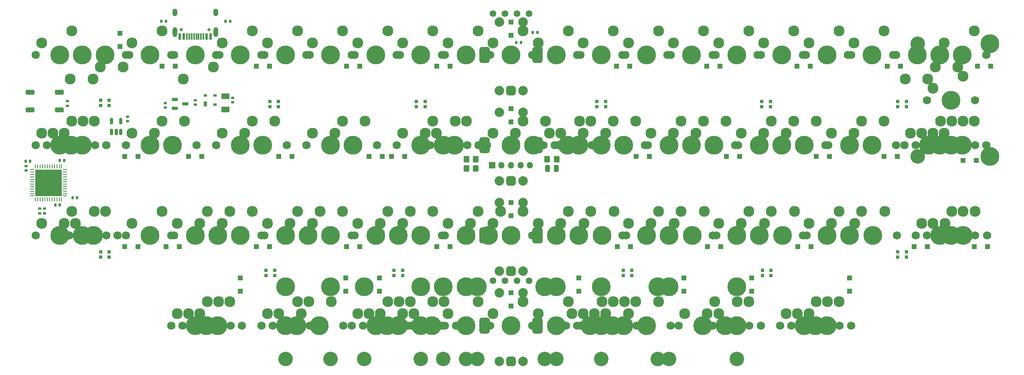
<source format=gbs>
%TF.GenerationSoftware,KiCad,Pcbnew,(7.0.0)*%
%TF.CreationDate,2024-01-31T23:29:43+01:00*%
%TF.ProjectId,universal vault v2,756e6976-6572-4736-916c-207661756c74,rev?*%
%TF.SameCoordinates,Original*%
%TF.FileFunction,Soldermask,Bot*%
%TF.FilePolarity,Negative*%
%FSLAX46Y46*%
G04 Gerber Fmt 4.6, Leading zero omitted, Abs format (unit mm)*
G04 Created by KiCad (PCBNEW (7.0.0)) date 2024-01-31 23:29:43*
%MOMM*%
%LPD*%
G01*
G04 APERTURE LIST*
G04 Aperture macros list*
%AMRoundRect*
0 Rectangle with rounded corners*
0 $1 Rounding radius*
0 $2 $3 $4 $5 $6 $7 $8 $9 X,Y pos of 4 corners*
0 Add a 4 corners polygon primitive as box body*
4,1,4,$2,$3,$4,$5,$6,$7,$8,$9,$2,$3,0*
0 Add four circle primitives for the rounded corners*
1,1,$1+$1,$2,$3*
1,1,$1+$1,$4,$5*
1,1,$1+$1,$6,$7*
1,1,$1+$1,$8,$9*
0 Add four rect primitives between the rounded corners*
20,1,$1+$1,$2,$3,$4,$5,0*
20,1,$1+$1,$4,$5,$6,$7,0*
20,1,$1+$1,$6,$7,$8,$9,0*
20,1,$1+$1,$8,$9,$2,$3,0*%
G04 Aperture macros list end*
%ADD10C,1.750000*%
%ADD11C,3.987800*%
%ADD12C,2.300000*%
%ADD13C,3.048000*%
%ADD14C,1.397000*%
%ADD15C,2.000000*%
%ADD16RoundRect,0.500000X0.500000X-0.500000X0.500000X0.500000X-0.500000X0.500000X-0.500000X-0.500000X0*%
%ADD17RoundRect,0.550000X0.550000X-1.150000X0.550000X1.150000X-0.550000X1.150000X-0.550000X-1.150000X0*%
%ADD18RoundRect,0.105000X0.245000X0.245000X-0.245000X0.245000X-0.245000X-0.245000X0.245000X-0.245000X0*%
%ADD19RoundRect,0.250000X-0.300000X0.300000X-0.300000X-0.300000X0.300000X-0.300000X0.300000X0.300000X0*%
%ADD20RoundRect,0.250000X0.300000X0.300000X-0.300000X0.300000X-0.300000X-0.300000X0.300000X-0.300000X0*%
%ADD21RoundRect,0.250000X0.300000X-0.300000X0.300000X0.300000X-0.300000X0.300000X-0.300000X-0.300000X0*%
%ADD22RoundRect,0.105000X-0.245000X-0.245000X0.245000X-0.245000X0.245000X0.245000X-0.245000X0.245000X0*%
%ADD23R,1.350000X1.350000*%
%ADD24O,1.350000X1.350000*%
%ADD25RoundRect,0.140000X-0.170000X0.140000X-0.170000X-0.140000X0.170000X-0.140000X0.170000X0.140000X0*%
%ADD26RoundRect,0.135000X0.185000X-0.135000X0.185000X0.135000X-0.185000X0.135000X-0.185000X-0.135000X0*%
%ADD27RoundRect,0.150000X0.150000X-0.512500X0.150000X0.512500X-0.150000X0.512500X-0.150000X-0.512500X0*%
%ADD28RoundRect,0.140000X-0.140000X-0.170000X0.140000X-0.170000X0.140000X0.170000X-0.140000X0.170000X0*%
%ADD29RoundRect,0.250000X-0.300000X-0.300000X0.300000X-0.300000X0.300000X0.300000X-0.300000X0.300000X0*%
%ADD30RoundRect,0.135000X0.135000X0.185000X-0.135000X0.185000X-0.135000X-0.185000X0.135000X-0.185000X0*%
%ADD31RoundRect,0.140000X0.140000X0.170000X-0.140000X0.170000X-0.140000X-0.170000X0.140000X-0.170000X0*%
%ADD32RoundRect,0.275000X0.625000X0.275000X-0.625000X0.275000X-0.625000X-0.275000X0.625000X-0.275000X0*%
%ADD33RoundRect,0.250000X0.625000X-0.375000X0.625000X0.375000X-0.625000X0.375000X-0.625000X-0.375000X0*%
%ADD34RoundRect,0.150000X-0.512500X-0.150000X0.512500X-0.150000X0.512500X0.150000X-0.512500X0.150000X0*%
%ADD35RoundRect,0.135000X-0.135000X-0.185000X0.135000X-0.185000X0.135000X0.185000X-0.135000X0.185000X0*%
%ADD36RoundRect,0.250000X0.350000X0.450000X-0.350000X0.450000X-0.350000X-0.450000X0.350000X-0.450000X0*%
%ADD37RoundRect,0.250000X-0.350000X-0.450000X0.350000X-0.450000X0.350000X0.450000X-0.350000X0.450000X0*%
%ADD38RoundRect,0.140000X0.170000X-0.140000X0.170000X0.140000X-0.170000X0.140000X-0.170000X-0.140000X0*%
%ADD39RoundRect,0.250000X0.250000X0.475000X-0.250000X0.475000X-0.250000X-0.475000X0.250000X-0.475000X0*%
%ADD40C,0.650000*%
%ADD41R,0.600000X1.450000*%
%ADD42R,0.300000X1.450000*%
%ADD43O,1.000000X1.600000*%
%ADD44O,1.000000X2.100000*%
%ADD45R,0.700000X1.000000*%
%ADD46R,0.700000X0.600000*%
%ADD47RoundRect,0.062500X0.062500X-0.375000X0.062500X0.375000X-0.062500X0.375000X-0.062500X-0.375000X0*%
%ADD48RoundRect,0.062500X0.375000X-0.062500X0.375000X0.062500X-0.375000X0.062500X-0.375000X-0.062500X0*%
%ADD49R,5.600000X5.600000*%
G04 APERTURE END LIST*
D10*
%TO.C,K_SPACE4*%
X113982500Y-65881250D03*
D11*
X119062500Y-65881250D03*
D10*
X124142500Y-65881250D03*
D12*
X115252500Y-63341250D03*
X121602500Y-60801250D03*
%TD*%
D10*
%TO.C,K_SPACE68*%
X166370000Y-84931250D03*
D11*
X171450000Y-84931250D03*
D10*
X176530000Y-84931250D03*
D12*
X167640000Y-82391250D03*
X173990000Y-79851250D03*
%TD*%
D10*
%TO.C,K_SPACE17*%
X152082500Y-84931250D03*
D11*
X157162500Y-84931250D03*
D10*
X162242500Y-84931250D03*
D12*
X153352500Y-82391250D03*
X159702500Y-79851250D03*
%TD*%
D13*
%TO.C,S6*%
X147637500Y-130016250D03*
D11*
X147637500Y-114776250D03*
D13*
X109537500Y-130016250D03*
D11*
X109537500Y-114776250D03*
%TD*%
D10*
%TO.C,K_SPACE30*%
X180657500Y-103981250D03*
D11*
X185737500Y-103981250D03*
D10*
X190817500Y-103981250D03*
D12*
X181927500Y-101441250D03*
X188277500Y-98901250D03*
%TD*%
D10*
%TO.C,K_SPACE118*%
X199707500Y-123031250D03*
D11*
X204787500Y-123031250D03*
D10*
X209867500Y-123031250D03*
D12*
X200977500Y-120491250D03*
X207327500Y-117951250D03*
%TD*%
D10*
%TO.C,K_SPACE94*%
X147320000Y-103981250D03*
D11*
X152400000Y-103981250D03*
D10*
X157480000Y-103981250D03*
D12*
X148590000Y-101441250D03*
X154940000Y-98901250D03*
%TD*%
D10*
%TO.C,K_SPACE73*%
X80645000Y-84931250D03*
D11*
X85725000Y-84931250D03*
D10*
X90805000Y-84931250D03*
D12*
X81915000Y-82391250D03*
X88265000Y-79851250D03*
%TD*%
D10*
%TO.C,K_SPACE117*%
X104457500Y-123031250D03*
D11*
X109537500Y-123031250D03*
D10*
X114617500Y-123031250D03*
D12*
X105727500Y-120491250D03*
X112077500Y-117951250D03*
%TD*%
D10*
%TO.C,K_SPACE107*%
X87788750Y-123031250D03*
D11*
X92868750Y-123031250D03*
D10*
X97948750Y-123031250D03*
D12*
X89058750Y-120491250D03*
X95408750Y-117951250D03*
%TD*%
D10*
%TO.C,K_SPACE83*%
X75882500Y-103981250D03*
D11*
X80962500Y-103981250D03*
D10*
X86042500Y-103981250D03*
D12*
X77152500Y-101441250D03*
X83502500Y-98901250D03*
%TD*%
D13*
%TO.C,S3*%
X188118750Y-130016250D03*
D11*
X188118750Y-114776250D03*
D13*
X164306250Y-130016250D03*
D11*
X164306250Y-114776250D03*
%TD*%
D10*
%TO.C,K_SPACE124*%
X125888750Y-123031250D03*
D11*
X130968750Y-123031250D03*
D10*
X136048750Y-123031250D03*
D12*
X127158750Y-120491250D03*
X133508750Y-117951250D03*
%TD*%
D10*
%TO.C,K_SPACE28*%
X140176250Y-84931250D03*
D11*
X145256250Y-84931250D03*
D10*
X150336250Y-84931250D03*
D12*
X141446250Y-82391250D03*
X147796250Y-79851250D03*
%TD*%
D10*
%TO.C,K_SPACE72*%
X242570000Y-84931250D03*
D11*
X247650000Y-84931250D03*
D10*
X252730000Y-84931250D03*
D12*
X243840000Y-82391250D03*
X250190000Y-79851250D03*
%TD*%
D14*
%TO.C,OL2*%
X160972500Y-57150000D03*
X158432500Y-57150000D03*
X155892500Y-57150000D03*
X153352500Y-57150000D03*
%TD*%
D10*
%TO.C,K_SPACE95*%
X244951250Y-75406250D03*
D11*
X250031250Y-75406250D03*
D10*
X255111250Y-75406250D03*
D12*
X246221250Y-72866250D03*
X252571250Y-70326250D03*
%TD*%
D10*
%TO.C,K_SPACE9*%
X209232500Y-65881250D03*
D11*
X214312500Y-65881250D03*
D10*
X219392500Y-65881250D03*
D12*
X210502500Y-63341250D03*
X216852500Y-60801250D03*
%TD*%
D10*
%TO.C,K_SPACE21*%
X228282500Y-84931250D03*
D11*
X233362500Y-84931250D03*
D10*
X238442500Y-84931250D03*
D12*
X229552500Y-82391250D03*
X235902500Y-79851250D03*
%TD*%
D10*
%TO.C,K_SPACE33*%
X242570000Y-103981250D03*
D11*
X247650000Y-103981250D03*
D10*
X252730000Y-103981250D03*
D12*
X243840000Y-101441250D03*
X250190000Y-98901250D03*
%TD*%
D10*
%TO.C,K_SPACE55*%
X123507500Y-65881250D03*
D11*
X128587500Y-65881250D03*
D10*
X133667500Y-65881250D03*
D12*
X124777500Y-63341250D03*
X131127500Y-60801250D03*
%TD*%
D10*
%TO.C,K_SPACE121*%
X173513750Y-123031250D03*
D11*
X178593750Y-123031250D03*
D10*
X183673750Y-123031250D03*
D12*
X174783750Y-120491250D03*
X181133750Y-117951250D03*
%TD*%
D13*
%TO.C,S5*%
X190500000Y-130016250D03*
D11*
X190500000Y-114776250D03*
D13*
X166687500Y-130016250D03*
D11*
X166687500Y-114776250D03*
%TD*%
D10*
%TO.C,K_SPACE115*%
X168751250Y-123031250D03*
D11*
X173831250Y-123031250D03*
D10*
X178911250Y-123031250D03*
D12*
X170021250Y-120491250D03*
X176371250Y-117951250D03*
%TD*%
D10*
%TO.C,K_SPACE15*%
X113982500Y-84931250D03*
D11*
X119062500Y-84931250D03*
D10*
X124142500Y-84931250D03*
D12*
X115252500Y-82391250D03*
X121602500Y-79851250D03*
%TD*%
D10*
%TO.C,K_SPACE70*%
X204470000Y-84931250D03*
D11*
X209550000Y-84931250D03*
D10*
X214630000Y-84931250D03*
D12*
X205740000Y-82391250D03*
X212090000Y-79851250D03*
%TD*%
D10*
%TO.C,K_SPACE38*%
X175895000Y-123031250D03*
D11*
X180975000Y-123031250D03*
D10*
X186055000Y-123031250D03*
D12*
X177165000Y-120491250D03*
X183515000Y-117951250D03*
%TD*%
D10*
%TO.C,K_SPACE98*%
X204470000Y-103981250D03*
D11*
X209550000Y-103981250D03*
D10*
X214630000Y-103981250D03*
D12*
X205740000Y-101441250D03*
X212090000Y-98901250D03*
%TD*%
D10*
%TO.C,K_SPACE78*%
X175895000Y-84931250D03*
D11*
X180975000Y-84931250D03*
D10*
X186055000Y-84931250D03*
D12*
X177165000Y-82391250D03*
X183515000Y-79851250D03*
%TD*%
D10*
%TO.C,K_SPACE101*%
X244951250Y-84931250D03*
D11*
X250031250Y-84931250D03*
D10*
X255111250Y-84931250D03*
D12*
X246221250Y-82391250D03*
X252571250Y-79851250D03*
%TD*%
D10*
%TO.C,K_SPACE10*%
X228282500Y-65881250D03*
D11*
X233362500Y-65881250D03*
D10*
X238442500Y-65881250D03*
D12*
X229552500Y-63341250D03*
X235902500Y-60801250D03*
%TD*%
D10*
%TO.C,K_SPACE74*%
X99695000Y-84931250D03*
D11*
X104775000Y-84931250D03*
D10*
X109855000Y-84931250D03*
D12*
X100965000Y-82391250D03*
X107315000Y-79851250D03*
%TD*%
D14*
%TO.C,OL1*%
X153352500Y-113506250D03*
X155892500Y-113506250D03*
X158432500Y-113506250D03*
X160972500Y-113506250D03*
%TD*%
D10*
%TO.C,K_SPACE99*%
X223520000Y-103981250D03*
D11*
X228600000Y-103981250D03*
D10*
X233680000Y-103981250D03*
D12*
X224790000Y-101441250D03*
X231140000Y-98901250D03*
%TD*%
D10*
%TO.C,K_SPACE85*%
X113982500Y-103981250D03*
D11*
X119062500Y-103981250D03*
D10*
X124142500Y-103981250D03*
D12*
X115252500Y-101441250D03*
X121602500Y-98901250D03*
%TD*%
D10*
%TO.C,K_SPACE110*%
X152082500Y-123031250D03*
D11*
X157162500Y-123031250D03*
D10*
X162242500Y-123031250D03*
D12*
X153352500Y-120491250D03*
X159702500Y-117951250D03*
%TD*%
D10*
%TO.C,K_SPACE2*%
X75882500Y-65881250D03*
D11*
X80962500Y-65881250D03*
D10*
X86042500Y-65881250D03*
D12*
X77152500Y-63341250D03*
X83502500Y-60801250D03*
%TD*%
D10*
%TO.C,K_SPACE92*%
X109220000Y-103981250D03*
D11*
X114300000Y-103981250D03*
D10*
X119380000Y-103981250D03*
D12*
X110490000Y-101441250D03*
X116840000Y-98901250D03*
%TD*%
D10*
%TO.C,K_SPACE34*%
X163988750Y-84931250D03*
D11*
X169068750Y-84931250D03*
D10*
X174148750Y-84931250D03*
D12*
X165258750Y-82391250D03*
X171608750Y-79851250D03*
%TD*%
D10*
%TO.C,K_SPACE14*%
X94932500Y-84931250D03*
D11*
X100012500Y-84931250D03*
D10*
X105092500Y-84931250D03*
D12*
X96202500Y-82391250D03*
X102552500Y-79851250D03*
%TD*%
D10*
%TO.C,K_SPACE77*%
X156845000Y-84931250D03*
D11*
X161925000Y-84931250D03*
D10*
X167005000Y-84931250D03*
D12*
X158115000Y-82391250D03*
X164465000Y-79851250D03*
%TD*%
D10*
%TO.C,K_SPACE32*%
X218757500Y-103981250D03*
D11*
X223837500Y-103981250D03*
D10*
X228917500Y-103981250D03*
D12*
X220027500Y-101441250D03*
X226377500Y-98901250D03*
%TD*%
D10*
%TO.C,K_SPACE114*%
X135413750Y-123031250D03*
D11*
X140493750Y-123031250D03*
D10*
X145573750Y-123031250D03*
D12*
X136683750Y-120491250D03*
X143033750Y-117951250D03*
%TD*%
D10*
%TO.C,K_SPACE67*%
X59213750Y-84931250D03*
D11*
X64293750Y-84931250D03*
D10*
X69373750Y-84931250D03*
D12*
X60483750Y-82391250D03*
X66833750Y-79851250D03*
%TD*%
D10*
%TO.C,K_SPACE108*%
X192563750Y-123031250D03*
D11*
X197643750Y-123031250D03*
D10*
X202723750Y-123031250D03*
D12*
X193833750Y-120491250D03*
X200183750Y-117951250D03*
%TD*%
D10*
%TO.C,K_SPACE37*%
X128270000Y-123031250D03*
D11*
X133350000Y-123031250D03*
D10*
X138430000Y-123031250D03*
D12*
X129540000Y-120491250D03*
X135890000Y-117951250D03*
%TD*%
D10*
%TO.C,K_SPACE71*%
X223520000Y-84931250D03*
D11*
X228600000Y-84931250D03*
D10*
X233680000Y-84931250D03*
D12*
X224790000Y-82391250D03*
X231140000Y-79851250D03*
%TD*%
D10*
%TO.C,K_SPACE88*%
X190348750Y-103981250D03*
D11*
X195428750Y-103981250D03*
D10*
X200508750Y-103981250D03*
D12*
X191618750Y-101441250D03*
X197968750Y-98901250D03*
%TD*%
D10*
%TO.C,K_SPACE50*%
X63976250Y-103981250D03*
D11*
X69056250Y-103981250D03*
D10*
X74136250Y-103981250D03*
D12*
X65246250Y-101441250D03*
X71596250Y-98901250D03*
%TD*%
D10*
%TO.C,K_SPACE57*%
X61595000Y-84931250D03*
D11*
X66675000Y-84931250D03*
D10*
X71755000Y-84931250D03*
D12*
X62865000Y-82391250D03*
X69215000Y-79851250D03*
%TD*%
D10*
%TO.C,K_SPACE26*%
X123507500Y-103981250D03*
D11*
X128587500Y-103981250D03*
D10*
X133667500Y-103981250D03*
D12*
X124777500Y-101441250D03*
X131127500Y-98901250D03*
%TD*%
D10*
%TO.C,K_SPACE90*%
X228448750Y-103981250D03*
D11*
X233528750Y-103981250D03*
D10*
X238608750Y-103981250D03*
D12*
X229718750Y-101441250D03*
X236068750Y-98901250D03*
%TD*%
D10*
%TO.C,K_SPACE116*%
X180657500Y-123031250D03*
D11*
X185737500Y-123031250D03*
D10*
X190817500Y-123031250D03*
D12*
X181927500Y-120491250D03*
X188277500Y-117951250D03*
%TD*%
D15*
%TO.C,SW5*%
X154662500Y-111481250D03*
X159662500Y-111481250D03*
D16*
X157162500Y-111481250D03*
D17*
X151562500Y-103981250D03*
X162762500Y-103981250D03*
D15*
X159662500Y-96981250D03*
X154662500Y-96981250D03*
%TD*%
D10*
%TO.C,K_SPACE93*%
X128270000Y-103981250D03*
D11*
X133350000Y-103981250D03*
D10*
X138430000Y-103981250D03*
D12*
X129540000Y-101441250D03*
X135890000Y-98901250D03*
%TD*%
D10*
%TO.C,K_SPACE81*%
X240188750Y-84931250D03*
D11*
X245268750Y-84931250D03*
D10*
X250348750Y-84931250D03*
D12*
X241458750Y-82391250D03*
X247808750Y-79851250D03*
%TD*%
D10*
%TO.C,K_SPACE128*%
X123507500Y-123031250D03*
D11*
X128587500Y-123031250D03*
D10*
X133667500Y-123031250D03*
D12*
X124777500Y-120491250D03*
X131127500Y-117951250D03*
%TD*%
D10*
%TO.C,K_SPACE87*%
X171298750Y-103981250D03*
D11*
X176378750Y-103981250D03*
D10*
X181458750Y-103981250D03*
D12*
X172568750Y-101441250D03*
X178918750Y-98901250D03*
%TD*%
D10*
%TO.C,K_SPACE123*%
X213995000Y-123031250D03*
D11*
X219075000Y-123031250D03*
D10*
X224155000Y-123031250D03*
D12*
X215265000Y-120491250D03*
X221615000Y-117951250D03*
%TD*%
D10*
%TO.C,K_SPACE97*%
X185420000Y-103981250D03*
D11*
X190500000Y-103981250D03*
D10*
X195580000Y-103981250D03*
D12*
X186690000Y-101441250D03*
X193040000Y-98901250D03*
%TD*%
D13*
%TO.C,S7*%
X204787500Y-130016250D03*
D11*
X204787500Y-114776250D03*
D13*
X166687500Y-130016250D03*
D11*
X166687500Y-114776250D03*
%TD*%
D10*
%TO.C,K_SPACE69*%
X185420000Y-84931250D03*
D11*
X190500000Y-84931250D03*
D10*
X195580000Y-84931250D03*
D12*
X186690000Y-82391250D03*
X193040000Y-79851250D03*
%TD*%
D10*
%TO.C,K_SPACE56*%
X142557500Y-65881250D03*
D11*
X147637500Y-65881250D03*
D10*
X152717500Y-65881250D03*
D12*
X143827500Y-63341250D03*
X150177500Y-60801250D03*
%TD*%
D10*
%TO.C,K_SPACE62*%
X247967500Y-65881250D03*
D11*
X242887500Y-65881250D03*
D10*
X237807500Y-65881250D03*
D12*
X246697500Y-68421250D03*
X240347500Y-70961250D03*
%TD*%
D10*
%TO.C,K_SPACE109*%
X216376250Y-123031250D03*
D11*
X221456250Y-123031250D03*
D10*
X226536250Y-123031250D03*
D12*
X217646250Y-120491250D03*
X223996250Y-117951250D03*
%TD*%
D10*
%TO.C,K_SPACE25*%
X104457500Y-103981250D03*
D11*
X109537500Y-103981250D03*
D10*
X114617500Y-103981250D03*
D12*
X105727500Y-101441250D03*
X112077500Y-98901250D03*
%TD*%
D10*
%TO.C,K_SPACE63*%
X80645000Y-84931250D03*
D11*
X85725000Y-84931250D03*
D10*
X90805000Y-84931250D03*
D12*
X81915000Y-82391250D03*
X88265000Y-79851250D03*
%TD*%
D10*
%TO.C,K_SPACE51*%
X90170000Y-103981250D03*
D11*
X95250000Y-103981250D03*
D10*
X100330000Y-103981250D03*
D12*
X91440000Y-101441250D03*
X97790000Y-98901250D03*
%TD*%
D10*
%TO.C,K_SPACE60*%
X199707500Y-65881250D03*
D11*
X204787500Y-65881250D03*
D10*
X209867500Y-65881250D03*
D12*
X200977500Y-63341250D03*
X207327500Y-60801250D03*
%TD*%
D10*
%TO.C,K_SPACE103*%
X71755000Y-65881250D03*
D11*
X66675000Y-65881250D03*
D10*
X61595000Y-65881250D03*
D12*
X70485000Y-68421250D03*
X64135000Y-70961250D03*
%TD*%
D10*
%TO.C,K_SPACE102*%
X252730000Y-65881250D03*
D11*
X247650000Y-65881250D03*
D10*
X242570000Y-65881250D03*
D12*
X251460000Y-68421250D03*
X245110000Y-70961250D03*
%TD*%
D10*
%TO.C,K_SPACE39*%
X123507500Y-123031250D03*
D11*
X128587500Y-123031250D03*
D10*
X133667500Y-123031250D03*
D12*
X124777500Y-120491250D03*
X131127500Y-117951250D03*
%TD*%
D10*
%TO.C,K_SPACE8*%
X190182500Y-65881250D03*
D11*
X195262500Y-65881250D03*
D10*
X200342500Y-65881250D03*
D12*
X191452500Y-63341250D03*
X197802500Y-60801250D03*
%TD*%
D10*
%TO.C,K_SPACE86*%
X133032500Y-103981250D03*
D11*
X138112500Y-103981250D03*
D10*
X143192500Y-103981250D03*
D12*
X134302500Y-101441250D03*
X140652500Y-98901250D03*
%TD*%
D10*
%TO.C,K_SPACE100*%
X244951250Y-103981250D03*
D11*
X250031250Y-103981250D03*
D10*
X255111250Y-103981250D03*
D12*
X246221250Y-101441250D03*
X252571250Y-98901250D03*
%TD*%
D10*
%TO.C,K_SPACE66*%
X137795000Y-84931250D03*
D11*
X142875000Y-84931250D03*
D10*
X147955000Y-84931250D03*
D12*
X139065000Y-82391250D03*
X145415000Y-79851250D03*
%TD*%
D15*
%TO.C,SW1*%
X154662500Y-73381250D03*
X159662500Y-73381250D03*
D16*
X157162500Y-73381250D03*
D17*
X151562500Y-65881250D03*
X162762500Y-65881250D03*
D15*
X159662500Y-58881250D03*
X154662500Y-58881250D03*
%TD*%
D10*
%TO.C,K_SPACE79*%
X194945000Y-84931250D03*
D11*
X200025000Y-84931250D03*
D10*
X205105000Y-84931250D03*
D12*
X196215000Y-82391250D03*
X202565000Y-79851250D03*
%TD*%
D10*
%TO.C,K_SPACE64*%
X99695000Y-84931250D03*
D11*
X104775000Y-84931250D03*
D10*
X109855000Y-84931250D03*
D12*
X100965000Y-82391250D03*
X107315000Y-79851250D03*
%TD*%
D10*
%TO.C,K_SPACE20*%
X209232500Y-84931250D03*
D11*
X214312500Y-84931250D03*
D10*
X219392500Y-84931250D03*
D12*
X210502500Y-82391250D03*
X216852500Y-79851250D03*
%TD*%
D10*
%TO.C,K_SPACE49*%
X152082500Y-103981250D03*
D11*
X157162500Y-103981250D03*
D10*
X162242500Y-103981250D03*
D12*
X153352500Y-101441250D03*
X159702500Y-98901250D03*
%TD*%
D10*
%TO.C,K_SPACE59*%
X180657500Y-65881250D03*
D11*
X185737500Y-65881250D03*
D10*
X190817500Y-65881250D03*
D12*
X181927500Y-63341250D03*
X188277500Y-60801250D03*
%TD*%
D10*
%TO.C,K_SPACE104*%
X59213750Y-84931250D03*
D11*
X64293750Y-84931250D03*
D10*
X69373750Y-84931250D03*
D12*
X60483750Y-82391250D03*
X66833750Y-79851250D03*
%TD*%
D10*
%TO.C,K_SPACE84*%
X94932500Y-103981250D03*
D11*
X100012500Y-103981250D03*
D10*
X105092500Y-103981250D03*
D12*
X96202500Y-101441250D03*
X102552500Y-98901250D03*
%TD*%
D10*
%TO.C,K_SPACE106*%
X111601250Y-123031250D03*
D11*
X116681250Y-123031250D03*
D10*
X121761250Y-123031250D03*
D12*
X112871250Y-120491250D03*
X119221250Y-117951250D03*
%TD*%
D13*
%TO.C,S2*%
X150018750Y-130016250D03*
D11*
X150018750Y-114776250D03*
D13*
X126206250Y-130016250D03*
D11*
X126206250Y-114776250D03*
%TD*%
D10*
%TO.C,K_SPACE125*%
X171132500Y-123031250D03*
D11*
X176212500Y-123031250D03*
D10*
X181292500Y-123031250D03*
D12*
X172402500Y-120491250D03*
X178752500Y-117951250D03*
%TD*%
D10*
%TO.C,K_SPACE11*%
X247332500Y-65881250D03*
D11*
X252412500Y-65881250D03*
D10*
X257492500Y-65881250D03*
D12*
X248602500Y-63341250D03*
X254952500Y-60801250D03*
%TD*%
D10*
%TO.C,K_SPACE91*%
X247498750Y-103981250D03*
D11*
X252578750Y-103981250D03*
D10*
X257658750Y-103981250D03*
D12*
X248768750Y-101441250D03*
X255118750Y-98901250D03*
%TD*%
D15*
%TO.C,SW2*%
X154662500Y-92431250D03*
X159662500Y-92431250D03*
D16*
X157162500Y-92431250D03*
D17*
X151562500Y-84931250D03*
X162762500Y-84931250D03*
D15*
X159662500Y-77931250D03*
X154662500Y-77931250D03*
%TD*%
D10*
%TO.C,K_SPACE122*%
X90170000Y-123031250D03*
D11*
X95250000Y-123031250D03*
D10*
X100330000Y-123031250D03*
D12*
X91440000Y-120491250D03*
X97790000Y-117951250D03*
%TD*%
D10*
%TO.C,K_SPACE129*%
X180657500Y-123031250D03*
D11*
X185737500Y-123031250D03*
D10*
X190817500Y-123031250D03*
D12*
X181927500Y-120491250D03*
X188277500Y-117951250D03*
%TD*%
D10*
%TO.C,K_SPACE113*%
X218757500Y-123031250D03*
D11*
X223837500Y-123031250D03*
D10*
X228917500Y-123031250D03*
D12*
X220027500Y-120491250D03*
X226377500Y-117951250D03*
%TD*%
D10*
%TO.C,K_SPACE19*%
X190182500Y-84931250D03*
D11*
X195262500Y-84931250D03*
D10*
X200342500Y-84931250D03*
D12*
X191452500Y-82391250D03*
X197802500Y-79851250D03*
%TD*%
D10*
%TO.C,K_SPACE23*%
X61595000Y-103981250D03*
D11*
X66675000Y-103981250D03*
D10*
X71755000Y-103981250D03*
D12*
X62865000Y-101441250D03*
X69215000Y-98901250D03*
%TD*%
D10*
%TO.C,K_SPACE16*%
X133032500Y-84931250D03*
D11*
X138112500Y-84931250D03*
D10*
X143192500Y-84931250D03*
D12*
X134302500Y-82391250D03*
X140652500Y-79851250D03*
%TD*%
D10*
%TO.C,K_SPACE105*%
X85407500Y-123031250D03*
D11*
X90487500Y-123031250D03*
D10*
X95567500Y-123031250D03*
D12*
X86677500Y-120491250D03*
X93027500Y-117951250D03*
%TD*%
D10*
%TO.C,K_SPACE12*%
X56832500Y-84931250D03*
D11*
X61912500Y-84931250D03*
D10*
X66992500Y-84931250D03*
D12*
X58102500Y-82391250D03*
X64452500Y-79851250D03*
%TD*%
D10*
%TO.C,K_SPACE22*%
X247332500Y-84931250D03*
D11*
X252412500Y-84931250D03*
D10*
X257492500Y-84931250D03*
D12*
X248602500Y-82391250D03*
X254952500Y-79851250D03*
%TD*%
D10*
%TO.C,K_SPACE52*%
X76517500Y-65881250D03*
D11*
X71437500Y-65881250D03*
D10*
X66357500Y-65881250D03*
D12*
X75247500Y-68421250D03*
X68897500Y-70961250D03*
%TD*%
D10*
%TO.C,K_SPACE65*%
X118745000Y-84931250D03*
D11*
X123825000Y-84931250D03*
D10*
X128905000Y-84931250D03*
D12*
X120015000Y-82391250D03*
X126365000Y-79851250D03*
%TD*%
D13*
%TO.C,S9*%
X176212500Y-130016250D03*
D11*
X176212500Y-114776250D03*
D13*
X138112500Y-130016250D03*
D11*
X138112500Y-114776250D03*
%TD*%
D10*
%TO.C,K_SPACE53*%
X95567500Y-65881250D03*
D11*
X90487500Y-65881250D03*
D10*
X85407500Y-65881250D03*
D12*
X94297500Y-68421250D03*
X87947500Y-70961250D03*
%TD*%
D10*
%TO.C,K_SPACE3*%
X94932500Y-65881250D03*
D11*
X100012500Y-65881250D03*
D10*
X105092500Y-65881250D03*
D12*
X96202500Y-63341250D03*
X102552500Y-60801250D03*
%TD*%
D13*
%TO.C,S8*%
X204787500Y-130016250D03*
D11*
X204787500Y-114776250D03*
D13*
X109537500Y-130016250D03*
D11*
X109537500Y-114776250D03*
%TD*%
D10*
%TO.C,K_SPACE80*%
X213995000Y-84931250D03*
D11*
X219075000Y-84931250D03*
D10*
X224155000Y-84931250D03*
D12*
X215265000Y-82391250D03*
X221615000Y-79851250D03*
%TD*%
D10*
%TO.C,K_SPACE7*%
X171132500Y-65881250D03*
D11*
X176212500Y-65881250D03*
D10*
X181292500Y-65881250D03*
D12*
X172402500Y-63341250D03*
X178752500Y-60801250D03*
%TD*%
D10*
%TO.C,K_SPACE96*%
X166370000Y-103981250D03*
D11*
X171450000Y-103981250D03*
D10*
X176530000Y-103981250D03*
D12*
X167640000Y-101441250D03*
X173990000Y-98901250D03*
%TD*%
D10*
%TO.C,K_SPACE6*%
X152082500Y-65881250D03*
D11*
X157162500Y-65881250D03*
D10*
X162242500Y-65881250D03*
D12*
X153352500Y-63341250D03*
X159702500Y-60801250D03*
%TD*%
D10*
%TO.C,K_SPACE82*%
X56832500Y-103981250D03*
D11*
X61912500Y-103981250D03*
D10*
X66992500Y-103981250D03*
D12*
X58102500Y-101441250D03*
X64452500Y-98901250D03*
%TD*%
D10*
%TO.C,K_SPACE111*%
X106838750Y-123031250D03*
D11*
X111918750Y-123031250D03*
D10*
X116998750Y-123031250D03*
D12*
X108108750Y-120491250D03*
X114458750Y-117951250D03*
%TD*%
D10*
%TO.C,K_SPACE89*%
X209398750Y-103981250D03*
D11*
X214478750Y-103981250D03*
D10*
X219558750Y-103981250D03*
D12*
X210668750Y-101441250D03*
X217018750Y-98901250D03*
%TD*%
D10*
%TO.C,K_SPACE29*%
X161607500Y-103981250D03*
D11*
X166687500Y-103981250D03*
D10*
X171767500Y-103981250D03*
D12*
X162877500Y-101441250D03*
X169227500Y-98901250D03*
%TD*%
D10*
%TO.C,K_SPACE5*%
X133032500Y-65881250D03*
D11*
X138112500Y-65881250D03*
D10*
X143192500Y-65881250D03*
D12*
X134302500Y-63341250D03*
X140652500Y-60801250D03*
%TD*%
D10*
%TO.C,K_SPACE120*%
X133032500Y-123031250D03*
D11*
X138112500Y-123031250D03*
D10*
X143192500Y-123031250D03*
D12*
X134302500Y-120491250D03*
X140652500Y-117951250D03*
%TD*%
D13*
%TO.C,S4*%
X142875000Y-130016250D03*
D11*
X142875000Y-114776250D03*
D13*
X119062500Y-130016250D03*
D11*
X119062500Y-114776250D03*
%TD*%
D10*
%TO.C,K_SPACE58*%
X161607500Y-65881250D03*
D11*
X166687500Y-65881250D03*
D10*
X171767500Y-65881250D03*
D12*
X162877500Y-63341250D03*
X169227500Y-60801250D03*
%TD*%
D10*
%TO.C,K_SPACE75*%
X118745000Y-84931250D03*
D11*
X123825000Y-84931250D03*
D10*
X128905000Y-84931250D03*
D12*
X120015000Y-82391250D03*
X126365000Y-79851250D03*
%TD*%
D10*
%TO.C,K_SPACE27*%
X142557500Y-103981250D03*
D11*
X147637500Y-103981250D03*
D10*
X152717500Y-103981250D03*
D12*
X143827500Y-101441250D03*
X150177500Y-98901250D03*
%TD*%
D10*
%TO.C,K_SPACE61*%
X218757500Y-65881250D03*
D11*
X223837500Y-65881250D03*
D10*
X228917500Y-65881250D03*
D12*
X220027500Y-63341250D03*
X226377500Y-60801250D03*
%TD*%
D10*
%TO.C,K_SPACE24*%
X85407500Y-103981250D03*
D11*
X90487500Y-103981250D03*
D10*
X95567500Y-103981250D03*
D12*
X86677500Y-101441250D03*
X93027500Y-98901250D03*
%TD*%
D10*
%TO.C,K_SPACE18*%
X171132500Y-84931250D03*
D11*
X176212500Y-84931250D03*
D10*
X181292500Y-84931250D03*
D12*
X172402500Y-82391250D03*
X178752500Y-79851250D03*
%TD*%
D10*
%TO.C,K_SPACE76*%
X137795000Y-84931250D03*
D11*
X142875000Y-84931250D03*
D10*
X147955000Y-84931250D03*
D12*
X139065000Y-82391250D03*
X145415000Y-79851250D03*
%TD*%
D10*
%TO.C,K_SPACE31*%
X199707500Y-103981250D03*
D11*
X204787500Y-103981250D03*
D10*
X209867500Y-103981250D03*
D12*
X200977500Y-101441250D03*
X207327500Y-98901250D03*
%TD*%
D10*
%TO.C,K_SPACE1*%
X56832500Y-65881250D03*
D11*
X61912500Y-65881250D03*
D10*
X66992500Y-65881250D03*
D12*
X58102500Y-63341250D03*
X64452500Y-60801250D03*
%TD*%
D15*
%TO.C,SW3*%
X154662500Y-130531250D03*
X159662500Y-130531250D03*
D16*
X157162500Y-130531250D03*
D17*
X151562500Y-123031250D03*
X162762500Y-123031250D03*
D15*
X159662500Y-116031250D03*
X154662500Y-116031250D03*
%TD*%
D10*
%TO.C,K_SPACE112*%
X197326250Y-123031250D03*
D11*
X202406250Y-123031250D03*
D10*
X207486250Y-123031250D03*
D12*
X198596250Y-120491250D03*
X204946250Y-117951250D03*
%TD*%
D13*
%TO.C,S1*%
X243046250Y-63500000D03*
X243046250Y-87312500D03*
D11*
X258286250Y-63500000D03*
X258286250Y-87312500D03*
%TD*%
D10*
%TO.C,K_SPACE35*%
X142557500Y-123031250D03*
D11*
X147637500Y-123031250D03*
D10*
X152717500Y-123031250D03*
D12*
X143827500Y-120491250D03*
X150177500Y-117951250D03*
%TD*%
D10*
%TO.C,K_SPACE54*%
X104457500Y-65881250D03*
D11*
X109537500Y-65881250D03*
D10*
X114617500Y-65881250D03*
D12*
X105727500Y-63341250D03*
X112077500Y-60801250D03*
%TD*%
D10*
%TO.C,K_SPACE13*%
X75882500Y-84931250D03*
D11*
X80962500Y-84931250D03*
D10*
X86042500Y-84931250D03*
D12*
X77152500Y-82391250D03*
X83502500Y-79851250D03*
%TD*%
D10*
%TO.C,K_SPACE36*%
X161607500Y-123031250D03*
D11*
X166687500Y-123031250D03*
D10*
X171767500Y-123031250D03*
D12*
X162877500Y-120491250D03*
X169227500Y-117951250D03*
%TD*%
D18*
%TO.C,LED1*%
X72352500Y-75406250D03*
X72352500Y-76506250D03*
X70522500Y-76506250D03*
X70522500Y-75406250D03*
%TD*%
%TO.C,LED6*%
X240627500Y-75650000D03*
X240627500Y-76750000D03*
X238797500Y-76750000D03*
X238797500Y-75650000D03*
%TD*%
D19*
%TO.C,D_SPACE34*%
X100012500Y-112900000D03*
X100012500Y-115700000D03*
%TD*%
D20*
%TO.C,D_SPACE5*%
X144275000Y-68262500D03*
X141475000Y-68262500D03*
%TD*%
D21*
%TO.C,D_SPACE1*%
X74612500Y-64106250D03*
X74612500Y-61306250D03*
%TD*%
D22*
%TO.C,LED11*%
X105447500Y-112468750D03*
X105447500Y-111368750D03*
X107277500Y-111368750D03*
X107277500Y-112468750D03*
%TD*%
D23*
%TO.C,TP1*%
X153162499Y-89159999D03*
D24*
X155162499Y-89159999D03*
X157162499Y-89159999D03*
X159162499Y-89159999D03*
X161162499Y-89159999D03*
%TD*%
D25*
%TO.C,C7*%
X58673171Y-98312310D03*
X58673171Y-99272310D03*
%TD*%
D20*
%TO.C,D_SPACE32*%
X245081250Y-106362500D03*
X242281250Y-106362500D03*
%TD*%
D26*
%TO.C,R1*%
X63500000Y-76626250D03*
X63500000Y-75606250D03*
%TD*%
D27*
%TO.C,U3*%
X74768750Y-82100000D03*
X73818750Y-82100000D03*
X72868750Y-82100000D03*
X72868750Y-79825000D03*
X74768750Y-79825000D03*
%TD*%
D19*
%TO.C,D_SPACE36*%
X129381250Y-112900000D03*
X129381250Y-115700000D03*
%TD*%
D28*
%TO.C,C4*%
X64607500Y-96043750D03*
X65567500Y-96043750D03*
%TD*%
D22*
%TO.C,LED12*%
X70522500Y-108500000D03*
X70522500Y-107400000D03*
X72352500Y-107400000D03*
X72352500Y-108500000D03*
%TD*%
D18*
%TO.C,LED5*%
X211931250Y-75650000D03*
X211931250Y-76750000D03*
X210101250Y-76750000D03*
X210101250Y-75650000D03*
%TD*%
D22*
%TO.C,LED7*%
X238797500Y-108500000D03*
X238797500Y-107400000D03*
X240627500Y-107400000D03*
X240627500Y-108500000D03*
%TD*%
%TO.C,LED8*%
X210222500Y-112468750D03*
X210222500Y-111368750D03*
X212052500Y-111368750D03*
X212052500Y-112468750D03*
%TD*%
D19*
%TO.C,D_SPACE38*%
X193675000Y-112900000D03*
X193675000Y-115700000D03*
%TD*%
D20*
%TO.C,D_SPACE25*%
X106175000Y-106362500D03*
X103375000Y-106362500D03*
%TD*%
%TO.C,D_SPACE18*%
X186343750Y-87312500D03*
X183543750Y-87312500D03*
%TD*%
%TO.C,D_SPACE9*%
X220287500Y-68262500D03*
X217487500Y-68262500D03*
%TD*%
%TO.C,D_SPACE13*%
X91888594Y-87312500D03*
X89088594Y-87312500D03*
%TD*%
D25*
%TO.C,C2*%
X54768750Y-90287500D03*
X54768750Y-89327500D03*
%TD*%
D19*
%TO.C,D_SPACE35*%
X122237500Y-112900000D03*
X122237500Y-115700000D03*
%TD*%
D20*
%TO.C,D_SPACE12*%
X78393750Y-87312500D03*
X75593750Y-87312500D03*
%TD*%
%TO.C,D_SPACE29*%
X182375000Y-106362500D03*
X179575000Y-106362500D03*
%TD*%
D25*
%TO.C,C10*%
X84137500Y-76033750D03*
X84137500Y-76993750D03*
%TD*%
D20*
%TO.C,D_SPACE2*%
X86331250Y-68262500D03*
X83531250Y-68262500D03*
%TD*%
D25*
%TO.C,C8*%
X90487500Y-75406250D03*
X90487500Y-76366250D03*
%TD*%
D22*
%TO.C,LED9*%
X180853750Y-112468750D03*
X180853750Y-111368750D03*
X182683750Y-111368750D03*
X182683750Y-112468750D03*
%TD*%
D20*
%TO.C,D_SPACE20*%
X224416325Y-87312500D03*
X221616325Y-87312500D03*
%TD*%
%TO.C,D_SPACE24*%
X87125000Y-106362500D03*
X84325000Y-106362500D03*
%TD*%
D18*
%TO.C,LED2*%
X108071250Y-75650000D03*
X108071250Y-76750000D03*
X106241250Y-76750000D03*
X106241250Y-75650000D03*
%TD*%
D20*
%TO.C,D_SPACE21*%
X238731250Y-87312500D03*
X235931250Y-87312500D03*
%TD*%
%TO.C,D_SPACE15*%
X129987500Y-87312500D03*
X127187500Y-87312500D03*
%TD*%
%TO.C,D_SPACE26*%
X125225000Y-106362500D03*
X122425000Y-106362500D03*
%TD*%
D29*
%TO.C,D_SPACE16*%
X131950000Y-87312500D03*
X134750000Y-87312500D03*
%TD*%
D20*
%TO.C,D_SPACE14*%
X110937500Y-87312500D03*
X108137500Y-87312500D03*
%TD*%
D18*
%TO.C,LED4*%
X177127500Y-75650000D03*
X177127500Y-76750000D03*
X175297500Y-76750000D03*
X175297500Y-75650000D03*
%TD*%
D30*
%TO.C,R2*%
X84363750Y-58737500D03*
X83343750Y-58737500D03*
%TD*%
D20*
%TO.C,D_SPACE30*%
X201425000Y-106362500D03*
X198625000Y-106362500D03*
%TD*%
D22*
%TO.C,LED10*%
X132435000Y-112468750D03*
X132435000Y-111368750D03*
X134265000Y-111368750D03*
X134265000Y-112468750D03*
%TD*%
D31*
%TO.C,C1*%
X62872500Y-88106250D03*
X61912500Y-88106250D03*
%TD*%
D20*
%TO.C,D_SPACE4*%
X125225000Y-68262500D03*
X122425000Y-68262500D03*
%TD*%
D28*
%TO.C,C6*%
X54719223Y-88271052D03*
X55679223Y-88271052D03*
%TD*%
D20*
%TO.C,D_SPACE11*%
X258387500Y-68262500D03*
X255587500Y-68262500D03*
%TD*%
D31*
%TO.C,C5*%
X61939993Y-97566251D03*
X60979993Y-97566251D03*
%TD*%
D32*
%TO.C,SW4*%
X61837500Y-73756250D03*
X55637500Y-73756250D03*
X61837500Y-77456250D03*
X55637500Y-77456250D03*
%TD*%
D33*
%TO.C,F2*%
X96837500Y-77412500D03*
X96837500Y-74612500D03*
%TD*%
D34*
%TO.C,U2*%
X86175000Y-77150000D03*
X86175000Y-75250000D03*
X88450000Y-76200000D03*
%TD*%
D35*
%TO.C,R4*%
X161698750Y-61118750D03*
X162718750Y-61118750D03*
%TD*%
D20*
%TO.C,D_SPACE10*%
X239337500Y-68262500D03*
X236537500Y-68262500D03*
%TD*%
D19*
%TO.C,D_SPACE40*%
X228600000Y-112900000D03*
X228600000Y-115700000D03*
%TD*%
D18*
%TO.C,LED3*%
X139027500Y-75650000D03*
X139027500Y-76750000D03*
X137197500Y-76750000D03*
X137197500Y-75650000D03*
%TD*%
D20*
%TO.C,D_SPACE8*%
X201237500Y-68262500D03*
X198437500Y-68262500D03*
%TD*%
D19*
%TO.C,D_SPACE39*%
X207962500Y-112900000D03*
X207962500Y-115700000D03*
%TD*%
D20*
%TO.C,D_SPACE3*%
X106175000Y-68262500D03*
X103375000Y-68262500D03*
%TD*%
D36*
%TO.C,UR2*%
X149729160Y-87906250D03*
X147729160Y-87906250D03*
%TD*%
D20*
%TO.C,D_SPACE27*%
X144275000Y-106362500D03*
X141475000Y-106362500D03*
%TD*%
D29*
%TO.C,D_SPACE23*%
X75593750Y-106362500D03*
X78393750Y-106362500D03*
%TD*%
D37*
%TO.C,UR1*%
X147729160Y-89816384D03*
X149729160Y-89816384D03*
%TD*%
D20*
%TO.C,D_SPACE31*%
X220475000Y-106362500D03*
X217675000Y-106362500D03*
%TD*%
%TO.C,D_SPACE7*%
X182187500Y-68262500D03*
X179387500Y-68262500D03*
%TD*%
D35*
%TO.C,R3*%
X96837500Y-58737500D03*
X97857500Y-58737500D03*
%TD*%
D38*
%TO.C,C9*%
X76222801Y-79852608D03*
X76222801Y-78892608D03*
%TD*%
D19*
%TO.C,D_SPACE17*%
X157162500Y-77181250D03*
X157162500Y-79981250D03*
%TD*%
D25*
%TO.C,C3*%
X57656895Y-98318620D03*
X57656895Y-99278620D03*
%TD*%
D19*
%TO.C,D_SPACE42*%
X171450000Y-112900000D03*
X171450000Y-115700000D03*
%TD*%
D39*
%TO.C,C12*%
X166743750Y-89816384D03*
X164843750Y-89816384D03*
%TD*%
D19*
%TO.C,D_SPACE37*%
X157162500Y-116075000D03*
X157162500Y-118875000D03*
%TD*%
D40*
%TO.C,J1*%
X87597500Y-60543750D03*
X93377500Y-60543750D03*
D41*
X87237499Y-61988749D03*
X88037499Y-61988749D03*
D42*
X89237499Y-61988749D03*
X90237499Y-61988749D03*
X90737499Y-61988749D03*
X91737499Y-61988749D03*
D41*
X92937499Y-61988749D03*
X93737499Y-61988749D03*
X93737499Y-61988749D03*
X92937499Y-61988749D03*
D42*
X92237499Y-61988749D03*
X91237499Y-61988749D03*
X89737499Y-61988749D03*
X88737499Y-61988749D03*
D41*
X88037499Y-61988749D03*
X87237499Y-61988749D03*
D43*
X86167499Y-56893749D03*
D44*
X86167499Y-61073749D03*
D43*
X94807499Y-56893749D03*
D44*
X94807499Y-61073749D03*
%TD*%
D29*
%TO.C,D_SPACE33*%
X254981250Y-106362500D03*
X257781250Y-106362500D03*
%TD*%
D21*
%TO.C,D_SPACE28*%
X157162500Y-99825000D03*
X157162500Y-97025000D03*
%TD*%
D45*
%TO.C,D1*%
X92662499Y-76156249D03*
D46*
X92662499Y-74456249D03*
X94662499Y-74456249D03*
X94662499Y-76356249D03*
%TD*%
D47*
%TO.C,U1*%
X62281250Y-96306250D03*
X61781250Y-96306250D03*
X61281250Y-96306250D03*
X60781250Y-96306250D03*
X60281250Y-96306250D03*
X59781250Y-96306250D03*
X59281250Y-96306250D03*
X58781250Y-96306250D03*
X58281250Y-96306250D03*
X57781250Y-96306250D03*
X57281250Y-96306250D03*
X56781250Y-96306250D03*
D48*
X56093750Y-95618750D03*
X56093750Y-95118750D03*
X56093750Y-94618750D03*
X56093750Y-94118750D03*
X56093750Y-93618750D03*
X56093750Y-93118750D03*
X56093750Y-92618750D03*
X56093750Y-92118750D03*
X56093750Y-91618750D03*
X56093750Y-91118750D03*
X56093750Y-90618750D03*
X56093750Y-90118750D03*
D47*
X56781250Y-89431250D03*
X57281250Y-89431250D03*
X57781250Y-89431250D03*
X58281250Y-89431250D03*
X58781250Y-89431250D03*
X59281250Y-89431250D03*
X59781250Y-89431250D03*
X60281250Y-89431250D03*
X60781250Y-89431250D03*
X61281250Y-89431250D03*
X61781250Y-89431250D03*
X62281250Y-89431250D03*
D48*
X62968750Y-90118750D03*
X62968750Y-90618750D03*
X62968750Y-91118750D03*
X62968750Y-91618750D03*
X62968750Y-92118750D03*
X62968750Y-92618750D03*
X62968750Y-93118750D03*
X62968750Y-93618750D03*
X62968750Y-94118750D03*
X62968750Y-94618750D03*
X62968750Y-95118750D03*
X62968750Y-95618750D03*
D49*
X59531249Y-92868749D03*
%TD*%
D37*
%TO.C,UR3*%
X164793750Y-87906250D03*
X166793750Y-87906250D03*
%TD*%
D30*
%TO.C,R5*%
X159260000Y-63216250D03*
X158240000Y-63216250D03*
%TD*%
D20*
%TO.C,D_SPACE19*%
X205385938Y-87312500D03*
X202585938Y-87312500D03*
%TD*%
D29*
%TO.C,D_SPACE22*%
X252600000Y-88106250D03*
X255400000Y-88106250D03*
%TD*%
D38*
%TO.C,C11*%
X98425000Y-75886250D03*
X98425000Y-74926250D03*
%TD*%
D21*
%TO.C,D_SPACE6*%
X157162500Y-61725000D03*
X157162500Y-58925000D03*
%TD*%
M02*

</source>
